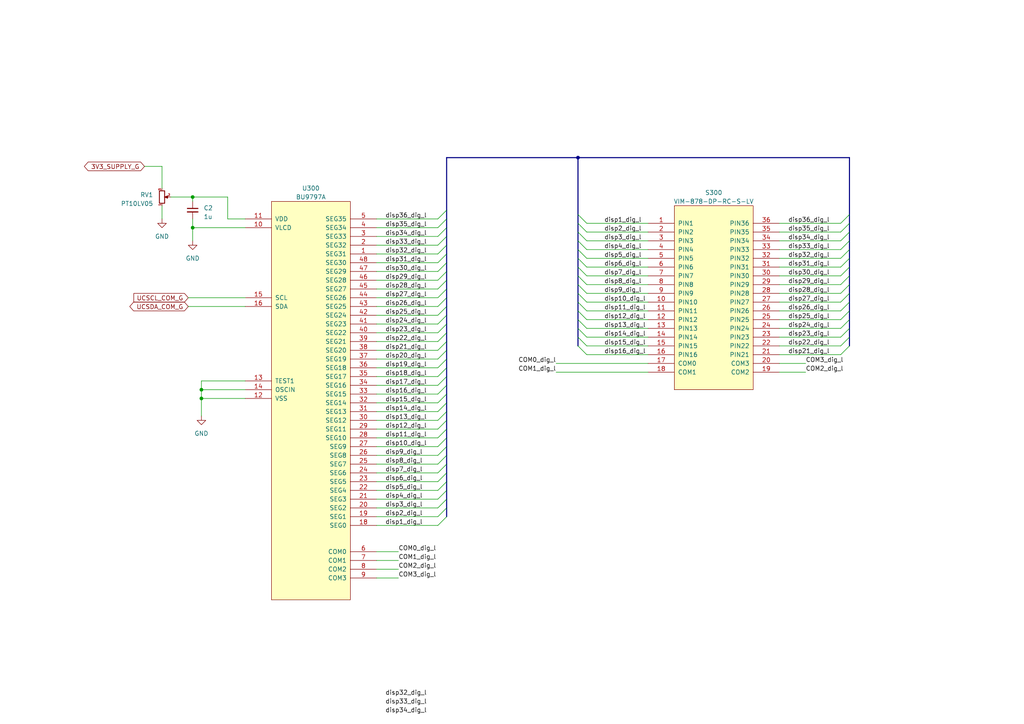
<source format=kicad_sch>
(kicad_sch (version 20230121) (generator eeschema)
  (paper "A4")
  (lib_symbols
    (symbol "Device:C_Small" (pin_numbers hide) (pin_names (offset 0.254) hide)
      (property "Reference" "C" (at 0.254 1.778 0))
      (property "Value" "C_Small" (at 0.254 -2.032 0))
      (symbol "C_Small_0_1"
        (polyline (pts (xy -1.524 -0.508) (xy 1.524 -0.508)) (stroke (width 0.3302)))
        (polyline (pts (xy -1.524 0.508) (xy 1.524 0.508)) (stroke (width 0.3048)))
      )
      (symbol "C_Small_1_1"
        (pin passive line (at 0 2.54 270) (length 2.032) (name "~") (number "1"))
        (pin passive line (at 0 -2.54 90) (length 2.032) (name "~") (number "2"))
      )
    )
    (symbol "Device:R_Potentiometer_Small" (pin_names (offset 1.016) hide)
      (property "Reference" "RV" (at -4.445 0 90))
      (property "Value" "R_Potentiometer_Small" (at -2.54 0 90))
      (symbol "R_Potentiometer_Small_0_1"
        (polyline (pts (xy 0.889 0) (xy 0.635 0) (xy 1.651 0.381) (xy 1.651 -0.381) (xy 0.635 0) (xy 0.889 0)) (fill (type outline)))
        (rectangle (start 0.762 1.8034) (end -0.762 -1.8034) (stroke (width 0.254)))
      )
      (symbol "R_Potentiometer_Small_1_1"
        (pin passive line (at 0 2.54 270) (length 0.635) (name "1") (number "1"))
        (pin passive line (at 2.54 0 180) (length 0.9906) (name "2") (number "2"))
        (pin passive line (at 0 -2.54 90) (length 0.635) (name "3") (number "3"))
      )
    )
    (symbol "User_LCD_Display:VIM-878-DP-RC-S-LV" (pin_names (offset 1.016))
      (property "Reference" "S" (at 10.16 28.575 0))
      (property "Value" "VIM-878-DP-RC-S-LV" (at 9.525 30.48 0))
      (symbol "VIM-878-DP-RC-S-LV_1_0"
        (rectangle (start -11.43 26.67) (end 11.43 -26.67) (fill (type background)))
      )
      (symbol "VIM-878-DP-RC-S-LV_1_1"
        (pin input line (at -19.05 21.59 0) (length 7.62) (name "PIN1") (number "1"))
        (pin input line (at -19.05 -1.27 0) (length 7.62) (name "PIN10") (number "10"))
        (pin input line (at -19.05 -3.81 0) (length 7.62) (name "PIN11") (number "11"))
        (pin input line (at -19.05 -6.35 0) (length 7.62) (name "PIN12") (number "12"))
        (pin input line (at -19.05 -8.89 0) (length 7.62) (name "PIN13") (number "13"))
        (pin input line (at -19.05 -11.43 0) (length 7.62) (name "PIN14") (number "14"))
        (pin input line (at -19.05 -13.97 0) (length 7.62) (name "PIN15") (number "15"))
        (pin input line (at -19.05 -16.51 0) (length 7.62) (name "PIN16") (number "16"))
        (pin input line (at -19.05 -19.05 0) (length 7.62) (name "COM0") (number "17"))
        (pin input line (at -19.05 -21.59 0) (length 7.62) (name "COM1") (number "18"))
        (pin input line (at 19.05 -21.59 180) (length 7.62) (name "COM2") (number "19"))
        (pin input line (at -19.05 19.05 0) (length 7.62) (name "PIN2") (number "2"))
        (pin input line (at 19.05 -19.05 180) (length 7.62) (name "COM3") (number "20"))
        (pin input line (at 19.05 -16.51 180) (length 7.62) (name "PIN21") (number "21"))
        (pin input line (at 19.05 -13.97 180) (length 7.62) (name "PIN22") (number "22"))
        (pin input line (at 19.05 -11.43 180) (length 7.62) (name "PIN23") (number "23"))
        (pin input line (at 19.05 -8.89 180) (length 7.62) (name "PIN24") (number "24"))
        (pin input line (at 19.05 -6.35 180) (length 7.62) (name "PIN25") (number "25"))
        (pin input line (at 19.05 -3.81 180) (length 7.62) (name "PIN26") (number "26"))
        (pin input line (at 19.05 -1.27 180) (length 7.62) (name "PIN27") (number "27"))
        (pin input line (at 19.05 1.27 180) (length 7.62) (name "PIN28") (number "28"))
        (pin input line (at 19.05 3.81 180) (length 7.62) (name "PIN29") (number "29"))
        (pin input line (at -19.05 16.51 0) (length 7.62) (name "PIN3") (number "3"))
        (pin input line (at 19.05 6.35 180) (length 7.62) (name "PIN30") (number "30"))
        (pin input line (at 19.05 8.89 180) (length 7.62) (name "PIN31") (number "31"))
        (pin input line (at 19.05 11.43 180) (length 7.62) (name "PIN32") (number "32"))
        (pin input line (at 19.05 13.97 180) (length 7.62) (name "PIN33") (number "33"))
        (pin input line (at 19.05 16.51 180) (length 7.62) (name "PIN34") (number "34"))
        (pin input line (at 19.05 19.05 180) (length 7.62) (name "PIN35") (number "35"))
        (pin input line (at 19.05 21.59 180) (length 7.62) (name "PIN36") (number "36"))
        (pin input line (at -19.05 13.97 0) (length 7.62) (name "PIN4") (number "4"))
        (pin input line (at -19.05 11.43 0) (length 7.62) (name "PIN5") (number "5"))
        (pin input line (at -19.05 8.89 0) (length 7.62) (name "PIN6") (number "6"))
        (pin input line (at -19.05 6.35 0) (length 7.62) (name "PIN7") (number "7"))
        (pin input line (at -19.05 3.81 0) (length 7.62) (name "PIN8") (number "8"))
        (pin input line (at -19.05 1.27 0) (length 7.62) (name "PIN9") (number "9"))
      )
    )
    (symbol "User_LCD_Driver:BU9797A" (pin_names (offset 1.016))
      (property "Reference" "U" (at 6.35 50.8 0))
      (property "Value" "BU9797A" (at 9.525 53.34 0))
      (symbol "BU9797A_1_0"
        (rectangle (start -11.43 49.53) (end 11.43 -66.04) (fill (type background)))
      )
      (symbol "BU9797A_1_1"
        (pin output line (at 19.05 34.29 180) (length 7.62) (name "SEG31") (number "1"))
        (pin power_in line (at -19.05 41.91 0) (length 7.62) (name "VLCD") (number "10"))
        (pin power_in line (at -19.05 44.45 0) (length 7.62) (name "VDD") (number "11"))
        (pin power_in line (at -19.05 -7.62 0) (length 7.62) (name "VSS") (number "12"))
        (pin output line (at -19.05 -2.54 0) (length 7.62) (name "TEST1") (number "13"))
        (pin output line (at -19.05 -5.08 0) (length 7.62) (name "OSCIN") (number "14"))
        (pin input line (at -19.05 21.59 0) (length 7.62) (name "SCL") (number "15"))
        (pin bidirectional line (at -19.05 19.05 0) (length 7.62) (name "SDA") (number "16"))
        (pin no_connect line (at -19.05 16.51 0) (length 7.62) hide (name "NC") (number "17"))
        (pin output line (at 19.05 -44.45 180) (length 7.62) (name "SEG0") (number "18"))
        (pin output line (at 19.05 -41.91 180) (length 7.62) (name "SEG1") (number "19"))
        (pin output line (at 19.05 36.83 180) (length 7.62) (name "SEG32") (number "2"))
        (pin output line (at 19.05 -39.37 180) (length 7.62) (name "SEG2") (number "20"))
        (pin output line (at 19.05 -36.83 180) (length 7.62) (name "SEG3") (number "21"))
        (pin output line (at 19.05 -34.29 180) (length 7.62) (name "SEG4") (number "22"))
        (pin output line (at 19.05 -31.75 180) (length 7.62) (name "SEG5") (number "23"))
        (pin output line (at 19.05 -29.21 180) (length 7.62) (name "SEG6") (number "24"))
        (pin output line (at 19.05 -26.67 180) (length 7.62) (name "SEG7") (number "25"))
        (pin output line (at 19.05 -24.13 180) (length 7.62) (name "SEG8") (number "26"))
        (pin output line (at 19.05 -21.59 180) (length 7.62) (name "SEG9") (number "27"))
        (pin output line (at 19.05 -19.05 180) (length 7.62) (name "SEG10") (number "28"))
        (pin output line (at 19.05 -16.51 180) (length 7.62) (name "SEG11") (number "29"))
        (pin output line (at 19.05 39.37 180) (length 7.62) (name "SEG33") (number "3"))
        (pin output line (at 19.05 -13.97 180) (length 7.62) (name "SEG12") (number "30"))
        (pin output line (at 19.05 -11.43 180) (length 7.62) (name "SEG13") (number "31"))
        (pin output line (at 19.05 -8.89 180) (length 7.62) (name "SEG14") (number "32"))
        (pin output line (at 19.05 -6.35 180) (length 7.62) (name "SEG15") (number "33"))
        (pin output line (at 19.05 -3.81 180) (length 7.62) (name "SEG16") (number "34"))
        (pin output line (at 19.05 -1.27 180) (length 7.62) (name "SEG17") (number "35"))
        (pin output line (at 19.05 1.27 180) (length 7.62) (name "SEG18") (number "36"))
        (pin output line (at 19.05 3.81 180) (length 7.62) (name "SEG19") (number "37"))
        (pin output line (at 19.05 6.35 180) (length 7.62) (name "SEG20") (number "38"))
        (pin output line (at 19.05 8.89 180) (length 7.62) (name "SEG21") (number "39"))
        (pin output line (at 19.05 41.91 180) (length 7.62) (name "SEG34") (number "4"))
        (pin output line (at 19.05 11.43 180) (length 7.62) (name "SEG22") (number "40"))
        (pin output line (at 19.05 13.97 180) (length 7.62) (name "SEG23") (number "41"))
        (pin output line (at 19.05 16.51 180) (length 7.62) (name "SEG24") (number "42"))
        (pin output line (at 19.05 19.05 180) (length 7.62) (name "SEG25") (number "43"))
        (pin output line (at 19.05 21.59 180) (length 7.62) (name "SEG26") (number "44"))
        (pin output line (at 19.05 24.13 180) (length 7.62) (name "SEG27") (number "45"))
        (pin output line (at 19.05 26.67 180) (length 7.62) (name "SEG28") (number "46"))
        (pin output line (at 19.05 29.21 180) (length 7.62) (name "SEG29") (number "47"))
        (pin output line (at 19.05 31.75 180) (length 7.62) (name "SEG30") (number "48"))
        (pin output line (at 19.05 44.45 180) (length 7.62) (name "SEG35") (number "5"))
        (pin output line (at 19.05 -52.07 180) (length 7.62) (name "COM0") (number "6"))
        (pin output line (at 19.05 -54.61 180) (length 7.62) (name "COM1") (number "7"))
        (pin output line (at 19.05 -57.15 180) (length 7.62) (name "COM2") (number "8"))
        (pin output line (at 19.05 -59.69 180) (length 7.62) (name "COM3") (number "9"))
      )
    )
    (symbol "power:GND" (power) (pin_names (offset 0))
      (property "Value" "GND" (at 0 -3.81 0))
      (symbol "GND_0_1"
        (polyline (pts (xy 0 0) (xy 0 -1.27) (xy 1.27 -1.27) (xy 0 -2.54) (xy -1.27 -1.27) (xy 0 -1.27)))
      )
      (symbol "GND_1_1"
        (pin power_in line (at 0 0 270) (length 0) hide (name "GND") (number "1"))
      )
    )
  )
  (junction (at 55.88 57.15))
  (junction (at 58.42 115.57))
  (junction (at 167.64 45.72))
  (junction (at 55.88 66.04))
  (junction (at 58.42 113.03))
  (bus_entry (at 246.38 69.85) (size -2.54 2.54))
  (bus_entry (at 127 132.08) (size 2.54 -2.54))
  (bus_entry (at 246.38 95.25) (size -2.54 2.54))
  (bus_entry (at 127 101.6) (size 2.54 -2.54))
  (bus_entry (at 167.64 67.31) (size 2.54 2.54))
  (bus_entry (at 167.64 87.63) (size 2.54 2.54))
  (bus_entry (at 246.38 97.79) (size -2.54 2.54))
  (bus_entry (at 167.64 77.47) (size 2.54 2.54))
  (bus_entry (at 167.64 100.33) (size 2.54 2.54))
  (bus_entry (at 127 144.78) (size 2.54 -2.54))
  (bus_entry (at 127 109.22) (size 2.54 -2.54))
  (bus_entry (at 246.38 100.33) (size -2.54 2.54))
  (bus_entry (at 127 63.5) (size 2.54 -2.54))
  (bus_entry (at 246.38 85.09) (size -2.54 2.54))
  (bus_entry (at 127 124.46) (size 2.54 -2.54))
  (bus_entry (at 127 78.74) (size 2.54 -2.54))
  (bus_entry (at 127 139.7) (size 2.54 -2.54))
  (bus_entry (at 246.38 74.93) (size -2.54 2.54))
  (bus_entry (at 127 119.38) (size 2.54 -2.54))
  (bus_entry (at 246.38 72.39) (size -2.54 2.54))
  (bus_entry (at 127 121.92) (size 2.54 -2.54))
  (bus_entry (at 246.38 67.31) (size -2.54 2.54))
  (bus_entry (at 127 99.06) (size 2.54 -2.54))
  (bus_entry (at 127 114.3) (size 2.54 -2.54))
  (bus_entry (at 167.64 69.85) (size 2.54 2.54))
  (bus_entry (at 246.38 92.71) (size -2.54 2.54))
  (bus_entry (at 246.38 62.23) (size -2.54 2.54))
  (bus_entry (at 127 83.82) (size 2.54 -2.54))
  (bus_entry (at 127 149.86) (size 2.54 -2.54))
  (bus_entry (at 246.38 87.63) (size -2.54 2.54))
  (bus_entry (at 127 137.16) (size 2.54 -2.54))
  (bus_entry (at 127 104.14) (size 2.54 -2.54))
  (bus_entry (at 167.64 62.23) (size 2.54 2.54))
  (bus_entry (at 127 91.44) (size 2.54 -2.54))
  (bus_entry (at 127 129.54) (size 2.54 -2.54))
  (bus_entry (at 246.38 77.47) (size -2.54 2.54))
  (bus_entry (at 167.64 95.25) (size 2.54 2.54))
  (bus_entry (at 127 86.36) (size 2.54 -2.54))
  (bus_entry (at 127 127) (size 2.54 -2.54))
  (bus_entry (at 127 96.52) (size 2.54 -2.54))
  (bus_entry (at 127 152.4) (size 2.54 -2.54))
  (bus_entry (at 127 73.66) (size 2.54 -2.54))
  (bus_entry (at 167.64 74.93) (size 2.54 2.54))
  (bus_entry (at 167.64 72.39) (size 2.54 2.54))
  (bus_entry (at 127 68.58) (size 2.54 -2.54))
  (bus_entry (at 127 71.12) (size 2.54 -2.54))
  (bus_entry (at 167.64 97.79) (size 2.54 2.54))
  (bus_entry (at 246.38 64.77) (size -2.54 2.54))
  (bus_entry (at 167.64 82.55) (size 2.54 2.54))
  (bus_entry (at 127 76.2) (size 2.54 -2.54))
  (bus_entry (at 167.64 64.77) (size 2.54 2.54))
  (bus_entry (at 127 111.76) (size 2.54 -2.54))
  (bus_entry (at 246.38 80.01) (size -2.54 2.54))
  (bus_entry (at 167.64 92.71) (size 2.54 2.54))
  (bus_entry (at 127 116.84) (size 2.54 -2.54))
  (bus_entry (at 127 81.28) (size 2.54 -2.54))
  (bus_entry (at 127 93.98) (size 2.54 -2.54))
  (bus_entry (at 246.38 90.17) (size -2.54 2.54))
  (bus_entry (at 167.64 80.01) (size 2.54 2.54))
  (bus_entry (at 167.64 85.09) (size 2.54 2.54))
  (bus_entry (at 127 142.24) (size 2.54 -2.54))
  (bus_entry (at 127 147.32) (size 2.54 -2.54))
  (bus_entry (at 127 106.68) (size 2.54 -2.54))
  (bus_entry (at 246.38 82.55) (size -2.54 2.54))
  (bus_entry (at 127 88.9) (size 2.54 -2.54))
  (bus_entry (at 127 134.62) (size 2.54 -2.54))
  (bus_entry (at 167.64 90.17) (size 2.54 2.54))
  (bus_entry (at 127 66.04) (size 2.54 -2.54))
  (wire (pts (xy 109.22 132.08) (xy 127 132.08)))
  (wire (pts (xy 109.22 71.12) (xy 127 71.12)))
  (bus (pts (xy 129.54 93.98) (xy 129.54 91.44)))
  (bus (pts (xy 129.54 124.46) (xy 129.54 121.92)))
  (wire (pts (xy 170.18 95.25) (xy 187.96 95.25)))
  (bus (pts (xy 129.54 144.78) (xy 129.54 142.24)))
  (wire (pts (xy 58.42 113.03) (xy 58.42 115.57)))
  (wire (pts (xy 109.22 124.46) (xy 127 124.46)))
  (wire (pts (xy 58.42 113.03) (xy 71.12 113.03)))
  (wire (pts (xy 109.22 116.84) (xy 127 116.84)))
  (wire (pts (xy 170.18 90.17) (xy 187.96 90.17)))
  (wire (pts (xy 226.06 107.95) (xy 233.68 107.95)))
  (wire (pts (xy 243.84 92.71) (xy 226.06 92.71)))
  (bus (pts (xy 129.54 116.84) (xy 129.54 114.3)))
  (bus (pts (xy 129.54 45.72) (xy 167.64 45.72)))
  (wire (pts (xy 170.18 64.77) (xy 187.96 64.77)))
  (bus (pts (xy 246.38 67.31) (xy 246.38 69.85)))
  (wire (pts (xy 109.22 167.64) (xy 115.57 167.64)))
  (wire (pts (xy 49.53 57.15) (xy 55.88 57.15)))
  (wire (pts (xy 109.22 78.74) (xy 127 78.74)))
  (wire (pts (xy 109.22 81.28) (xy 127 81.28)))
  (bus (pts (xy 129.54 114.3) (xy 129.54 111.76)))
  (wire (pts (xy 109.22 76.2) (xy 127 76.2)))
  (wire (pts (xy 109.22 149.86) (xy 127 149.86)))
  (wire (pts (xy 109.22 162.56) (xy 115.57 162.56)))
  (bus (pts (xy 129.54 60.96) (xy 129.54 45.72)))
  (wire (pts (xy 109.22 68.58) (xy 127 68.58)))
  (wire (pts (xy 109.22 137.16) (xy 127 137.16)))
  (wire (pts (xy 243.84 85.09) (xy 226.06 85.09)))
  (bus (pts (xy 129.54 76.2) (xy 129.54 73.66)))
  (wire (pts (xy 170.18 69.85) (xy 187.96 69.85)))
  (wire (pts (xy 71.12 110.49) (xy 58.42 110.49)))
  (bus (pts (xy 246.38 64.77) (xy 246.38 67.31)))
  (bus (pts (xy 167.64 62.23) (xy 167.64 64.77)))
  (wire (pts (xy 243.84 72.39) (xy 226.06 72.39)))
  (wire (pts (xy 55.88 63.5) (xy 55.88 66.04)))
  (wire (pts (xy 55.88 57.15) (xy 55.88 58.42)))
  (bus (pts (xy 129.54 134.62) (xy 129.54 132.08)))
  (bus (pts (xy 129.54 68.58) (xy 129.54 66.04)))
  (bus (pts (xy 129.54 119.38) (xy 129.54 116.84)))
  (bus (pts (xy 129.54 139.7) (xy 129.54 137.16)))
  (wire (pts (xy 243.84 95.25) (xy 226.06 95.25)))
  (bus (pts (xy 167.64 85.09) (xy 167.64 87.63)))
  (bus (pts (xy 129.54 83.82) (xy 129.54 81.28)))
  (bus (pts (xy 246.38 82.55) (xy 246.38 85.09)))
  (wire (pts (xy 109.22 83.82) (xy 127 83.82)))
  (wire (pts (xy 243.84 102.87) (xy 226.06 102.87)))
  (wire (pts (xy 170.18 100.33) (xy 187.96 100.33)))
  (bus (pts (xy 167.64 69.85) (xy 167.64 72.39)))
  (wire (pts (xy 243.84 69.85) (xy 226.06 69.85)))
  (bus (pts (xy 129.54 81.28) (xy 129.54 78.74)))
  (wire (pts (xy 58.42 110.49) (xy 58.42 113.03)))
  (wire (pts (xy 243.84 64.77) (xy 226.06 64.77)))
  (wire (pts (xy 109.22 91.44) (xy 127 91.44)))
  (bus (pts (xy 167.64 77.47) (xy 167.64 80.01)))
  (bus (pts (xy 167.64 45.72) (xy 246.38 45.72)))
  (wire (pts (xy 243.84 82.55) (xy 226.06 82.55)))
  (bus (pts (xy 129.54 132.08) (xy 129.54 129.54)))
  (wire (pts (xy 109.22 88.9) (xy 127 88.9)))
  (bus (pts (xy 246.38 74.93) (xy 246.38 77.47)))
  (wire (pts (xy 109.22 111.76) (xy 127 111.76)))
  (wire (pts (xy 109.22 114.3) (xy 127 114.3)))
  (wire (pts (xy 109.22 66.04) (xy 127 66.04)))
  (wire (pts (xy 66.04 63.5) (xy 71.12 63.5)))
  (bus (pts (xy 129.54 101.6) (xy 129.54 99.06)))
  (wire (pts (xy 66.04 63.5) (xy 66.04 57.15)))
  (bus (pts (xy 167.64 90.17) (xy 167.64 92.71)))
  (bus (pts (xy 246.38 77.47) (xy 246.38 80.01)))
  (bus (pts (xy 246.38 72.39) (xy 246.38 74.93)))
  (bus (pts (xy 129.54 149.86) (xy 129.54 147.32)))
  (bus (pts (xy 167.64 92.71) (xy 167.64 95.25)))
  (bus (pts (xy 129.54 66.04) (xy 129.54 63.5)))
  (wire (pts (xy 41.91 48.26) (xy 46.99 48.26)))
  (wire (pts (xy 243.84 90.17) (xy 226.06 90.17)))
  (bus (pts (xy 246.38 69.85) (xy 246.38 72.39)))
  (wire (pts (xy 54.61 88.9) (xy 71.12 88.9)))
  (bus (pts (xy 167.64 45.72) (xy 167.64 62.23)))
  (wire (pts (xy 170.18 77.47) (xy 187.96 77.47)))
  (wire (pts (xy 243.84 67.31) (xy 226.06 67.31)))
  (wire (pts (xy 54.61 86.36) (xy 71.12 86.36)))
  (bus (pts (xy 167.64 97.79) (xy 167.64 100.33)))
  (wire (pts (xy 243.84 74.93) (xy 226.06 74.93)))
  (bus (pts (xy 129.54 127) (xy 129.54 124.46)))
  (bus (pts (xy 167.64 80.01) (xy 167.64 82.55)))
  (wire (pts (xy 109.22 142.24) (xy 127 142.24)))
  (wire (pts (xy 109.22 96.52) (xy 127 96.52)))
  (bus (pts (xy 167.64 82.55) (xy 167.64 85.09)))
  (wire (pts (xy 109.22 147.32) (xy 127 147.32)))
  (wire (pts (xy 170.18 82.55) (xy 187.96 82.55)))
  (wire (pts (xy 243.84 80.01) (xy 226.06 80.01)))
  (wire (pts (xy 109.22 127) (xy 127 127)))
  (bus (pts (xy 129.54 99.06) (xy 129.54 96.52)))
  (bus (pts (xy 129.54 104.14) (xy 129.54 101.6)))
  (bus (pts (xy 129.54 71.12) (xy 129.54 68.58)))
  (wire (pts (xy 109.22 93.98) (xy 127 93.98)))
  (wire (pts (xy 109.22 119.38) (xy 127 119.38)))
  (bus (pts (xy 129.54 96.52) (xy 129.54 93.98)))
  (wire (pts (xy 109.22 104.14) (xy 127 104.14)))
  (bus (pts (xy 167.64 74.93) (xy 167.64 77.47)))
  (bus (pts (xy 246.38 92.71) (xy 246.38 95.25)))
  (bus (pts (xy 129.54 73.66) (xy 129.54 71.12)))
  (bus (pts (xy 129.54 91.44) (xy 129.54 88.9)))
  (bus (pts (xy 129.54 88.9) (xy 129.54 86.36)))
  (wire (pts (xy 226.06 105.41) (xy 233.68 105.41)))
  (wire (pts (xy 170.18 102.87) (xy 187.96 102.87)))
  (bus (pts (xy 167.64 64.77) (xy 167.64 67.31)))
  (bus (pts (xy 167.64 72.39) (xy 167.64 74.93)))
  (bus (pts (xy 246.38 62.23) (xy 246.38 64.77)))
  (bus (pts (xy 246.38 87.63) (xy 246.38 90.17)))
  (wire (pts (xy 170.18 67.31) (xy 187.96 67.31)))
  (wire (pts (xy 170.18 72.39) (xy 187.96 72.39)))
  (wire (pts (xy 170.18 97.79) (xy 187.96 97.79)))
  (bus (pts (xy 129.54 121.92) (xy 129.54 119.38)))
  (wire (pts (xy 109.22 165.1) (xy 115.57 165.1)))
  (wire (pts (xy 109.22 99.06) (xy 127 99.06)))
  (bus (pts (xy 246.38 80.01) (xy 246.38 82.55)))
  (bus (pts (xy 129.54 147.32) (xy 129.54 144.78)))
  (wire (pts (xy 58.42 115.57) (xy 71.12 115.57)))
  (wire (pts (xy 109.22 106.68) (xy 127 106.68)))
  (wire (pts (xy 55.88 66.04) (xy 55.88 69.85)))
  (bus (pts (xy 129.54 78.74) (xy 129.54 76.2)))
  (wire (pts (xy 55.88 66.04) (xy 71.12 66.04)))
  (wire (pts (xy 243.84 87.63) (xy 226.06 87.63)))
  (bus (pts (xy 246.38 85.09) (xy 246.38 87.63)))
  (wire (pts (xy 109.22 121.92) (xy 127 121.92)))
  (bus (pts (xy 129.54 63.5) (xy 129.54 60.96)))
  (wire (pts (xy 170.18 85.09) (xy 187.96 85.09)))
  (wire (pts (xy 109.22 73.66) (xy 127 73.66)))
  (wire (pts (xy 66.04 57.15) (xy 55.88 57.15)))
  (wire (pts (xy 109.22 129.54) (xy 127 129.54)))
  (wire (pts (xy 109.22 139.7) (xy 127 139.7)))
  (wire (pts (xy 170.18 80.01) (xy 187.96 80.01)))
  (wire (pts (xy 46.99 59.69) (xy 46.99 63.5)))
  (bus (pts (xy 167.64 95.25) (xy 167.64 97.79)))
  (wire (pts (xy 170.18 87.63) (xy 187.96 87.63)))
  (wire (pts (xy 161.29 105.41) (xy 187.96 105.41)))
  (wire (pts (xy 170.18 92.71) (xy 187.96 92.71)))
  (bus (pts (xy 246.38 45.72) (xy 246.38 62.23)))
  (wire (pts (xy 109.22 144.78) (xy 127 144.78)))
  (wire (pts (xy 109.22 160.02) (xy 115.57 160.02)))
  (bus (pts (xy 246.38 90.17) (xy 246.38 92.71)))
  (bus (pts (xy 129.54 106.68) (xy 129.54 104.14)))
  (wire (pts (xy 161.29 107.95) (xy 187.96 107.95)))
  (bus (pts (xy 129.54 109.22) (xy 129.54 106.68)))
  (bus (pts (xy 129.54 142.24) (xy 129.54 139.7)))
  (wire (pts (xy 46.99 48.26) (xy 46.99 54.61)))
  (bus (pts (xy 129.54 129.54) (xy 129.54 127)))
  (wire (pts (xy 243.84 97.79) (xy 226.06 97.79)))
  (wire (pts (xy 109.22 152.4) (xy 127 152.4)))
  (bus (pts (xy 167.64 67.31) (xy 167.64 69.85)))
  (wire (pts (xy 109.22 109.22) (xy 127 109.22)))
  (bus (pts (xy 129.54 111.76) (xy 129.54 109.22)))
  (bus (pts (xy 129.54 86.36) (xy 129.54 83.82)))
  (wire (pts (xy 109.22 86.36) (xy 127 86.36)))
  (bus (pts (xy 246.38 97.79) (xy 246.38 100.33)))
  (wire (pts (xy 109.22 134.62) (xy 127 134.62)))
  (bus (pts (xy 246.38 95.25) (xy 246.38 97.79)))
  (wire (pts (xy 243.84 77.47) (xy 226.06 77.47)))
  (wire (pts (xy 170.18 74.93) (xy 187.96 74.93)))
  (bus (pts (xy 167.64 87.63) (xy 167.64 90.17)))
  (wire (pts (xy 58.42 115.57) (xy 58.42 120.65)))
  (wire (pts (xy 109.22 63.5) (xy 127 63.5)))
  (bus (pts (xy 129.54 137.16) (xy 129.54 134.62)))
  (wire (pts (xy 109.22 101.6) (xy 127 101.6)))
  (wire (pts (xy 243.84 100.33) (xy 226.06 100.33)))
  (label "disp28_dig_l" (at 111.76 83.82 0))
  (label "disp10_dig_l" (at 175.26 87.63 0))
  (label "disp29_dig_l" (at 228.6 82.55 0))
  (label "disp12_dig_l" (at 111.76 124.46 0))
  (label "disp9_dig_l" (at 111.76 132.08 0))
  (label "disp15_dig_l" (at 175.26 100.33 0))
  (label "disp11_dig_l" (at 111.76 127 0))
  (label "disp3_dig_l" (at 175.26 69.85 0))
  (label "disp8_dig_l" (at 111.76 134.62 0))
  (label "disp32_dig_l" (at 111.76 73.66 0))
  (label "disp28_dig_l" (at 228.6 85.09 0))
  (label "disp22_dig_l" (at 228.6 100.33 0))
  (label "COM3_dig_l" (at 233.68 105.41 0))
  (label "disp9_dig_l" (at 175.26 85.09 0))
  (label "disp30_dig_l" (at 228.6 80.01 0))
  (label "COM0_dig_l" (at 115.57 160.02 0))
  (label "disp19_dig_l" (at 111.76 106.68 0))
  (label "disp35_dig_l" (at 228.6 67.31 0))
  (label "disp5_dig_l" (at 111.76 142.24 0))
  (label "disp4_dig_l" (at 111.76 144.78 0))
  (label "disp34_dig_l" (at 111.76 68.58 0))
  (label "disp33_dig_l" (at 111.76 204.47 0))
  (label "disp23_dig_l" (at 111.76 96.52 0))
  (label "COM1_dig_l" (at 161.29 107.95 180))
  (label "disp24_dig_l" (at 228.6 95.25 0))
  (label "COM3_dig_l" (at 115.57 167.64 0))
  (label "disp21_dig_l" (at 111.76 101.6 0))
  (label "disp15_dig_l" (at 111.76 116.84 0))
  (label "disp33_dig_l" (at 111.76 71.12 0))
  (label "disp14_dig_l" (at 111.76 119.38 0))
  (label "disp7_dig_l" (at 111.76 137.16 0))
  (label "disp32_dig_l" (at 111.76 201.93 0))
  (label "disp31_dig_l" (at 228.6 77.47 0))
  (label "disp13_dig_l" (at 175.26 95.25 0))
  (label "COM1_dig_l" (at 115.57 162.56 0))
  (label "disp36_dig_l" (at 228.6 64.77 0))
  (label "disp6_dig_l" (at 175.26 77.47 0))
  (label "disp6_dig_l" (at 111.76 139.7 0))
  (label "disp17_dig_l" (at 111.76 111.76 0))
  (label "COM0_dig_l" (at 161.29 105.41 180))
  (label "disp25_dig_l" (at 228.6 92.71 0))
  (label "disp34_dig_l" (at 228.6 69.85 0))
  (label "disp31_dig_l" (at 111.76 76.2 0))
  (label "disp16_dig_l" (at 111.76 114.3 0))
  (label "disp29_dig_l" (at 111.76 81.28 0))
  (label "disp36_dig_l" (at 111.76 63.5 0))
  (label "disp33_dig_l" (at 228.6 72.39 0))
  (label "disp27_dig_l" (at 228.6 87.63 0))
  (label "disp24_dig_l" (at 111.76 93.98 0))
  (label "COM2_dig_l" (at 233.68 107.95 0))
  (label "disp26_dig_l" (at 228.6 90.17 0))
  (label "disp2_dig_l" (at 111.76 149.86 0))
  (label "disp25_dig_l" (at 111.76 91.44 0))
  (label "disp20_dig_l" (at 111.76 104.14 0))
  (label "disp4_dig_l" (at 175.26 72.39 0))
  (label "disp14_dig_l" (at 175.26 97.79 0))
  (label "disp12_dig_l" (at 175.26 92.71 0))
  (label "disp35_dig_l" (at 111.76 66.04 0))
  (label "disp3_dig_l" (at 111.76 147.32 0))
  (label "disp7_dig_l" (at 175.26 80.01 0))
  (label "COM2_dig_l" (at 115.57 165.1 0))
  (label "disp34_dig_l" (at 111.76 207.01 0))
  (label "disp11_dig_l" (at 175.26 90.17 0))
  (label "disp18_dig_l" (at 111.76 109.22 0))
  (label "disp2_dig_l" (at 175.26 67.31 0))
  (label "disp1_dig_l" (at 175.26 64.77 0))
  (label "disp1_dig_l" (at 111.76 152.4 0))
  (label "disp22_dig_l" (at 111.76 99.06 0))
  (label "disp8_dig_l" (at 175.26 82.55 0))
  (label "disp16_dig_l" (at 175.26 102.87 0))
  (label "disp13_dig_l" (at 111.76 121.92 0))
  (label "disp27_dig_l" (at 111.76 86.36 0))
  (label "disp21_dig_l" (at 228.6 102.87 0))
  (label "disp10_dig_l" (at 111.76 129.54 0))
  (label "disp23_dig_l" (at 228.6 97.79 0))
  (label "disp26_dig_l" (at 111.76 88.9 0))
  (label "disp5_dig_l" (at 175.26 74.93 0))
  (label "disp32_dig_l" (at 228.6 74.93 0))
  (label "disp30_dig_l" (at 111.76 78.74 0))
  (global_label "3V3_SUPPLY_G" (shape bidirectional) (at 41.91 48.26 180) (property "Intersheetrefs" "${INTERSHEET_REFS}" (effects hide)))
  (global_label "UCSDA_COM_G" (shape bidirectional) (at 54.61 88.9 180) (property "Intersheetrefs" "${INTERSHEET_REFS}" (effects hide)))
  (global_label "UCSCL_COM_G" (shape input) (at 54.61 86.36 180) (property "Intersheetrefs" "${INTERSHEET_REFS}" (effects hide)))
  (symbol (lib_id "power:GND") (at 46.99 63.5 0) (unit 1)
    (property "Reference" "#PWR018" (effects hide))
    (property "Value" "GND" (at 46.99 68.58 0))
    (instances (project "current_sink_dev" (path "" (reference "#PWR018") (unit 1)) (path "" (reference "#PWR0300") (unit 1))))
  )
  (symbol (lib_id "Device:R_Potentiometer_Small") (at 46.99 57.15 0) (mirror x) (unit 1)
    (property "Reference" "RV1" (at 44.45 56.515 0) (effects (justify right)))
    (property "Value" "PT10LV05" (at 44.45 59.055 0) (effects (justify right)))
    (property "Footprint" "Potentiometer_THT:Potentiometer_Piher_PT-10-V05_Vertical" (effects hide))
    (property "Vendor" "https://www.mouser.com/ProductDetail/Amphenol-Piher/PT10LV05-103A2020-PF-S?qs=byeeYqUIh0NYCrXI%252B%2Fzc2A%3D%3D" (effects hide))
    (instances (project "current_sink_dev" (path "" (reference "RV1") (unit 1)) (path "" (reference "RV3") (unit 1)) (path "" (reference "RV300") (unit 1))))
  )
  (symbol (lib_id "User_LCD_Display:VIM-878-DP-RC-S-LV") (at 207.01 86.36 0) (unit 1)
    (property "Reference" "S300" (at 207.01 55.88 0))
    (property "Value" "VIM-878-DP-RC-S-LV" (at 207.01 58.42 0))
    (property "Footprint" "User_LDC_Display:VIM878DPRCSLV" (effects hide))
    (property "Datasheet" "https://www.digikey.com/en/products/detail/varitronix/VIM-878-DP-FC-S-LV/1118603" (effects hide))
    (property "Vendor" "https://www.mouser.com/ProductDetail/825-VIM878DPRCSLV" (effects hide))
    (property "Price" "3.78" (effects hide))
  )
  (symbol (lib_id "Device:C_Small") (at 55.88 60.96 0) (unit 1)
    (property "Reference" "C2" (at 59.055 60.3313 0) (effects (justify left)))
    (property "Value" "1u" (at 59.055 62.8713 0) (effects (justify left)))
    (property "Footprint" "Capacitor_SMD:C_0805_2012Metric_Pad1.18x1.45mm_HandSolder" (effects hide))
    (property "Source" "https://www.mouser.com/ProductDetail/Samsung-Electro-Mechanics/CL21B105KOFNFNE?qs=sGAEpiMZZMsh%252B1woXyUXj5ND545PPyUhMzGq7HWiq0o%3D" (effects hide))
    (property "Price" "0.065" (effects hide))
    (instances (project "business_card" (path "" (reference "C2") (unit 1))) (project "current_sink_dev" (path "" (reference "C16") (unit 1)) (path "" (reference "C300") (unit 1))))
  )
  (symbol (lib_id "power:GND") (at 58.42 120.65 0) (unit 1)
    (property "Reference" "#PWR018" (effects hide))
    (property "Value" "GND" (at 58.42 125.73 0))
    (instances (project "current_sink_dev" (path "" (reference "#PWR018") (unit 1)) (path "" (reference "#PWR0302") (unit 1))))
  )
  (symbol (lib_id "power:GND") (at 55.88 69.85 0) (unit 1)
    (property "Reference" "#PWR018" (effects hide))
    (property "Value" "GND" (at 55.88 74.93 0))
    (instances (project "current_sink_dev" (path "" (reference "#PWR018") (unit 1)) (path "" (reference "#PWR0301") (unit 1))))
  )
  (symbol (lib_id "User_LCD_Driver:BU9797A") (at 90.17 107.95 0) (unit 1)
    (property "Reference" "U300" (at 90.17 54.61 0))
    (property "Value" "BU9797A" (at 90.17 57.15 0))
    (property "Footprint" "Package_SO:TSSOP-48_8x12.5mm_P0.5mm" (effects hide))
    (property "Datasheet" "https://fscdn.rohm.com/en/products/databook/datasheet/ic/driver/lcd_segment/bu9797afuv-e.pdf" (effects hide))
    (property "Vendor" "https://www.mouser.com/ProductDetail/ROHM-Semiconductor/BU9797AFUV-E2?qs=YCa%2FAAYMW00ngOceIQY6Gw%3D%3D" (effects hide))
    (property "Price" "2.00" (effects hide))
  )
)
</source>
